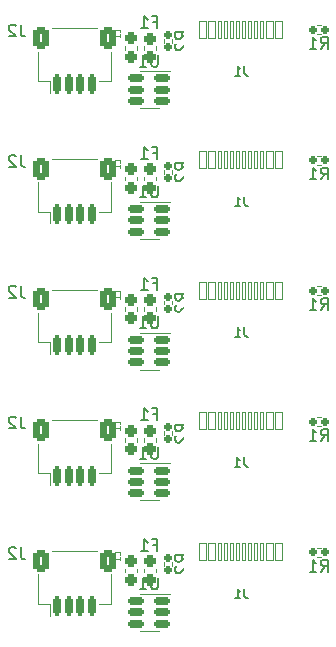
<source format=gbr>
%TF.GenerationSoftware,KiCad,Pcbnew,(6.0.5)*%
%TF.CreationDate,2022-06-02T02:11:43+02:00*%
%TF.ProjectId,5Panel_AKBDB,3550616e-656c-45f4-914b-4244422e6b69,R1*%
%TF.SameCoordinates,Original*%
%TF.FileFunction,Legend,Bot*%
%TF.FilePolarity,Positive*%
%FSLAX46Y46*%
G04 Gerber Fmt 4.6, Leading zero omitted, Abs format (unit mm)*
G04 Created by KiCad (PCBNEW (6.0.5)) date 2022-06-02 02:11:43*
%MOMM*%
%LPD*%
G01*
G04 APERTURE LIST*
G04 Aperture macros list*
%AMRoundRect*
0 Rectangle with rounded corners*
0 $1 Rounding radius*
0 $2 $3 $4 $5 $6 $7 $8 $9 X,Y pos of 4 corners*
0 Add a 4 corners polygon primitive as box body*
4,1,4,$2,$3,$4,$5,$6,$7,$8,$9,$2,$3,0*
0 Add four circle primitives for the rounded corners*
1,1,$1+$1,$2,$3*
1,1,$1+$1,$4,$5*
1,1,$1+$1,$6,$7*
1,1,$1+$1,$8,$9*
0 Add four rect primitives between the rounded corners*
20,1,$1+$1,$2,$3,$4,$5,0*
20,1,$1+$1,$4,$5,$6,$7,0*
20,1,$1+$1,$6,$7,$8,$9,0*
20,1,$1+$1,$8,$9,$2,$3,0*%
G04 Aperture macros list end*
%ADD10C,0.150000*%
%ADD11C,0.125000*%
%ADD12C,0.120000*%
%ADD13C,0.750000*%
%ADD14RoundRect,0.050000X0.300000X0.725000X-0.300000X0.725000X-0.300000X-0.725000X0.300000X-0.725000X0*%
%ADD15RoundRect,0.050000X0.150000X0.725000X-0.150000X0.725000X-0.150000X-0.725000X0.150000X-0.725000X0*%
%ADD16O,1.100000X1.700000*%
%ADD17O,1.100000X2.200000*%
%ADD18RoundRect,0.201000X0.512500X0.150000X-0.512500X0.150000X-0.512500X-0.150000X0.512500X-0.150000X0*%
%ADD19RoundRect,0.186000X0.185000X-0.135000X0.185000X0.135000X-0.185000X0.135000X-0.185000X-0.135000X0*%
%ADD20RoundRect,0.269750X-0.256250X0.218750X-0.256250X-0.218750X0.256250X-0.218750X0.256250X0.218750X0*%
%ADD21RoundRect,0.186000X-0.135000X-0.185000X0.135000X-0.185000X0.135000X0.185000X-0.135000X0.185000X0*%
%ADD22RoundRect,0.201000X-0.150000X-0.625000X0.150000X-0.625000X0.150000X0.625000X-0.150000X0.625000X0*%
%ADD23RoundRect,0.301000X-0.350000X-0.650000X0.350000X-0.650000X0.350000X0.650000X-0.350000X0.650000X0*%
%ADD24C,1.102000*%
%ADD25C,0.602000*%
%ADD26C,3.602001*%
%ADD27C,3.602000*%
G04 APERTURE END LIST*
D10*
%TO.C,J1*%
X79048097Y-88312397D02*
X79048097Y-88883826D01*
X79086192Y-88998112D01*
X79162383Y-89074302D01*
X79276669Y-89112397D01*
X79352859Y-89112397D01*
X78248097Y-89112397D02*
X78705240Y-89112397D01*
X78476669Y-89112397D02*
X78476669Y-88312397D01*
X78552859Y-88426683D01*
X78629050Y-88502873D01*
X78705240Y-88540969D01*
X79039992Y-77185002D02*
X79039992Y-77756431D01*
X79078087Y-77870717D01*
X79154278Y-77946907D01*
X79268564Y-77985002D01*
X79344754Y-77985002D01*
X78239992Y-77985002D02*
X78697135Y-77985002D01*
X78468564Y-77985002D02*
X78468564Y-77185002D01*
X78544754Y-77299288D01*
X78620945Y-77375478D01*
X78697135Y-77413574D01*
X79048097Y-66182397D02*
X79048097Y-66753826D01*
X79086192Y-66868112D01*
X79162383Y-66944302D01*
X79276669Y-66982397D01*
X79352859Y-66982397D01*
X78248097Y-66982397D02*
X78705240Y-66982397D01*
X78476669Y-66982397D02*
X78476669Y-66182397D01*
X78552859Y-66296683D01*
X78629050Y-66372873D01*
X78705240Y-66410969D01*
X79048097Y-55117397D02*
X79048097Y-55688826D01*
X79086192Y-55803112D01*
X79162383Y-55879302D01*
X79276669Y-55917397D01*
X79352859Y-55917397D01*
X78248097Y-55917397D02*
X78705240Y-55917397D01*
X78476669Y-55917397D02*
X78476669Y-55117397D01*
X78552859Y-55231683D01*
X78629050Y-55307873D01*
X78705240Y-55345969D01*
X79048097Y-44052397D02*
X79048097Y-44623826D01*
X79086192Y-44738112D01*
X79162383Y-44814302D01*
X79276669Y-44852397D01*
X79352859Y-44852397D01*
X78248097Y-44852397D02*
X78705240Y-44852397D01*
X78476669Y-44852397D02*
X78476669Y-44052397D01*
X78552859Y-44166683D01*
X78629050Y-44242873D01*
X78705240Y-44280969D01*
%TO.C,U1*%
X71750835Y-65237071D02*
X71750835Y-66046595D01*
X71703216Y-66141833D01*
X71655597Y-66189452D01*
X71560359Y-66237071D01*
X71369883Y-66237071D01*
X71274645Y-66189452D01*
X71227026Y-66141833D01*
X71179407Y-66046595D01*
X71179407Y-65237071D01*
X70179407Y-66237071D02*
X70750835Y-66237071D01*
X70465121Y-66237071D02*
X70465121Y-65237071D01*
X70560359Y-65379929D01*
X70655597Y-65475167D01*
X70750835Y-65522786D01*
%TO.C,R2*%
X74213811Y-74973024D02*
X73737621Y-74639691D01*
X74213811Y-74401595D02*
X73213811Y-74401595D01*
X73213811Y-74782548D01*
X73261431Y-74877786D01*
X73309050Y-74925405D01*
X73404288Y-74973024D01*
X73547145Y-74973024D01*
X73642383Y-74925405D01*
X73690002Y-74877786D01*
X73737621Y-74782548D01*
X73737621Y-74401595D01*
X73309050Y-75353976D02*
X73261431Y-75401595D01*
X73213811Y-75496833D01*
X73213811Y-75734929D01*
X73261431Y-75830167D01*
X73309050Y-75877786D01*
X73404288Y-75925405D01*
X73499526Y-75925405D01*
X73642383Y-75877786D01*
X74213811Y-75306357D01*
X74213811Y-75925405D01*
X74213811Y-86038024D02*
X73737621Y-85704691D01*
X74213811Y-85466595D02*
X73213811Y-85466595D01*
X73213811Y-85847548D01*
X73261431Y-85942786D01*
X73309050Y-85990405D01*
X73404288Y-86038024D01*
X73547145Y-86038024D01*
X73642383Y-85990405D01*
X73690002Y-85942786D01*
X73737621Y-85847548D01*
X73737621Y-85466595D01*
X73309050Y-86418976D02*
X73261431Y-86466595D01*
X73213811Y-86561833D01*
X73213811Y-86799929D01*
X73261431Y-86895167D01*
X73309050Y-86942786D01*
X73404288Y-86990405D01*
X73499526Y-86990405D01*
X73642383Y-86942786D01*
X74213811Y-86371357D01*
X74213811Y-86990405D01*
%TO.C,F1*%
X71362264Y-73518262D02*
X71695597Y-73518262D01*
X71695597Y-74042071D02*
X71695597Y-73042071D01*
X71219407Y-73042071D01*
X70314645Y-74042071D02*
X70886073Y-74042071D01*
X70600359Y-74042071D02*
X70600359Y-73042071D01*
X70695597Y-73184929D01*
X70790835Y-73280167D01*
X70886073Y-73327786D01*
X71362264Y-84583262D02*
X71695597Y-84583262D01*
X71695597Y-85107071D02*
X71695597Y-84107071D01*
X71219407Y-84107071D01*
X70314645Y-85107071D02*
X70886073Y-85107071D01*
X70600359Y-85107071D02*
X70600359Y-84107071D01*
X70695597Y-84249929D01*
X70790835Y-84345167D01*
X70886073Y-84392786D01*
%TO.C,R1*%
X85535597Y-42587071D02*
X85868931Y-42110881D01*
X86107026Y-42587071D02*
X86107026Y-41587071D01*
X85726073Y-41587071D01*
X85630835Y-41634691D01*
X85583216Y-41682310D01*
X85535597Y-41777548D01*
X85535597Y-41920405D01*
X85583216Y-42015643D01*
X85630835Y-42063262D01*
X85726073Y-42110881D01*
X86107026Y-42110881D01*
X84583216Y-42587071D02*
X85154645Y-42587071D01*
X84868931Y-42587071D02*
X84868931Y-41587071D01*
X84964169Y-41729929D01*
X85059407Y-41825167D01*
X85154645Y-41872786D01*
%TO.C,U1*%
X71750835Y-54172071D02*
X71750835Y-54981595D01*
X71703216Y-55076833D01*
X71655597Y-55124452D01*
X71560359Y-55172071D01*
X71369883Y-55172071D01*
X71274645Y-55124452D01*
X71227026Y-55076833D01*
X71179407Y-54981595D01*
X71179407Y-54172071D01*
X70179407Y-55172071D02*
X70750835Y-55172071D01*
X70465121Y-55172071D02*
X70465121Y-54172071D01*
X70560359Y-54314929D01*
X70655597Y-54410167D01*
X70750835Y-54457786D01*
%TO.C,R2*%
X74213811Y-41778024D02*
X73737621Y-41444691D01*
X74213811Y-41206595D02*
X73213811Y-41206595D01*
X73213811Y-41587548D01*
X73261431Y-41682786D01*
X73309050Y-41730405D01*
X73404288Y-41778024D01*
X73547145Y-41778024D01*
X73642383Y-41730405D01*
X73690002Y-41682786D01*
X73737621Y-41587548D01*
X73737621Y-41206595D01*
X73309050Y-42158976D02*
X73261431Y-42206595D01*
X73213811Y-42301833D01*
X73213811Y-42539929D01*
X73261431Y-42635167D01*
X73309050Y-42682786D01*
X73404288Y-42730405D01*
X73499526Y-42730405D01*
X73642383Y-42682786D01*
X74213811Y-42111357D01*
X74213811Y-42730405D01*
%TO.C,J2*%
X60122264Y-73732071D02*
X60122264Y-74446357D01*
X60169883Y-74589214D01*
X60265121Y-74684452D01*
X60407978Y-74732071D01*
X60503216Y-74732071D01*
X59693692Y-73827310D02*
X59646073Y-73779691D01*
X59550835Y-73732071D01*
X59312740Y-73732071D01*
X59217502Y-73779691D01*
X59169883Y-73827310D01*
X59122264Y-73922548D01*
X59122264Y-74017786D01*
X59169883Y-74160643D01*
X59741311Y-74732071D01*
X59122264Y-74732071D01*
%TO.C,R1*%
X85535597Y-53652071D02*
X85868931Y-53175881D01*
X86107026Y-53652071D02*
X86107026Y-52652071D01*
X85726073Y-52652071D01*
X85630835Y-52699691D01*
X85583216Y-52747310D01*
X85535597Y-52842548D01*
X85535597Y-52985405D01*
X85583216Y-53080643D01*
X85630835Y-53128262D01*
X85726073Y-53175881D01*
X86107026Y-53175881D01*
X84583216Y-53652071D02*
X85154645Y-53652071D01*
X84868931Y-53652071D02*
X84868931Y-52652071D01*
X84964169Y-52794929D01*
X85059407Y-52890167D01*
X85154645Y-52937786D01*
%TO.C,R2*%
X74213811Y-52843024D02*
X73737621Y-52509691D01*
X74213811Y-52271595D02*
X73213811Y-52271595D01*
X73213811Y-52652548D01*
X73261431Y-52747786D01*
X73309050Y-52795405D01*
X73404288Y-52843024D01*
X73547145Y-52843024D01*
X73642383Y-52795405D01*
X73690002Y-52747786D01*
X73737621Y-52652548D01*
X73737621Y-52271595D01*
X73309050Y-53223976D02*
X73261431Y-53271595D01*
X73213811Y-53366833D01*
X73213811Y-53604929D01*
X73261431Y-53700167D01*
X73309050Y-53747786D01*
X73404288Y-53795405D01*
X73499526Y-53795405D01*
X73642383Y-53747786D01*
X74213811Y-53176357D01*
X74213811Y-53795405D01*
%TO.C,R1*%
X85535597Y-64717071D02*
X85868931Y-64240881D01*
X86107026Y-64717071D02*
X86107026Y-63717071D01*
X85726073Y-63717071D01*
X85630835Y-63764691D01*
X85583216Y-63812310D01*
X85535597Y-63907548D01*
X85535597Y-64050405D01*
X85583216Y-64145643D01*
X85630835Y-64193262D01*
X85726073Y-64240881D01*
X86107026Y-64240881D01*
X84583216Y-64717071D02*
X85154645Y-64717071D01*
X84868931Y-64717071D02*
X84868931Y-63717071D01*
X84964169Y-63859929D01*
X85059407Y-63955167D01*
X85154645Y-64002786D01*
%TO.C,U1*%
X71750835Y-43107071D02*
X71750835Y-43916595D01*
X71703216Y-44011833D01*
X71655597Y-44059452D01*
X71560359Y-44107071D01*
X71369883Y-44107071D01*
X71274645Y-44059452D01*
X71227026Y-44011833D01*
X71179407Y-43916595D01*
X71179407Y-43107071D01*
X70179407Y-44107071D02*
X70750835Y-44107071D01*
X70465121Y-44107071D02*
X70465121Y-43107071D01*
X70560359Y-43249929D01*
X70655597Y-43345167D01*
X70750835Y-43392786D01*
%TO.C,R1*%
X85535597Y-86847071D02*
X85868931Y-86370881D01*
X86107026Y-86847071D02*
X86107026Y-85847071D01*
X85726073Y-85847071D01*
X85630835Y-85894691D01*
X85583216Y-85942310D01*
X85535597Y-86037548D01*
X85535597Y-86180405D01*
X85583216Y-86275643D01*
X85630835Y-86323262D01*
X85726073Y-86370881D01*
X86107026Y-86370881D01*
X84583216Y-86847071D02*
X85154645Y-86847071D01*
X84868931Y-86847071D02*
X84868931Y-85847071D01*
X84964169Y-85989929D01*
X85059407Y-86085167D01*
X85154645Y-86132786D01*
%TO.C,J2*%
X60122264Y-40537071D02*
X60122264Y-41251357D01*
X60169883Y-41394214D01*
X60265121Y-41489452D01*
X60407978Y-41537071D01*
X60503216Y-41537071D01*
X59693692Y-40632310D02*
X59646073Y-40584691D01*
X59550835Y-40537071D01*
X59312740Y-40537071D01*
X59217502Y-40584691D01*
X59169883Y-40632310D01*
X59122264Y-40727548D01*
X59122264Y-40822786D01*
X59169883Y-40965643D01*
X59741311Y-41537071D01*
X59122264Y-41537071D01*
%TO.C,U1*%
X71750835Y-76302071D02*
X71750835Y-77111595D01*
X71703216Y-77206833D01*
X71655597Y-77254452D01*
X71560359Y-77302071D01*
X71369883Y-77302071D01*
X71274645Y-77254452D01*
X71227026Y-77206833D01*
X71179407Y-77111595D01*
X71179407Y-76302071D01*
X70179407Y-77302071D02*
X70750835Y-77302071D01*
X70465121Y-77302071D02*
X70465121Y-76302071D01*
X70560359Y-76444929D01*
X70655597Y-76540167D01*
X70750835Y-76587786D01*
%TO.C,J2*%
X60122264Y-51602071D02*
X60122264Y-52316357D01*
X60169883Y-52459214D01*
X60265121Y-52554452D01*
X60407978Y-52602071D01*
X60503216Y-52602071D01*
X59693692Y-51697310D02*
X59646073Y-51649691D01*
X59550835Y-51602071D01*
X59312740Y-51602071D01*
X59217502Y-51649691D01*
X59169883Y-51697310D01*
X59122264Y-51792548D01*
X59122264Y-51887786D01*
X59169883Y-52030643D01*
X59741311Y-52602071D01*
X59122264Y-52602071D01*
X60122264Y-62667071D02*
X60122264Y-63381357D01*
X60169883Y-63524214D01*
X60265121Y-63619452D01*
X60407978Y-63667071D01*
X60503216Y-63667071D01*
X59693692Y-62762310D02*
X59646073Y-62714691D01*
X59550835Y-62667071D01*
X59312740Y-62667071D01*
X59217502Y-62714691D01*
X59169883Y-62762310D01*
X59122264Y-62857548D01*
X59122264Y-62952786D01*
X59169883Y-63095643D01*
X59741311Y-63667071D01*
X59122264Y-63667071D01*
%TO.C,F1*%
X71362264Y-51388262D02*
X71695597Y-51388262D01*
X71695597Y-51912071D02*
X71695597Y-50912071D01*
X71219407Y-50912071D01*
X70314645Y-51912071D02*
X70886073Y-51912071D01*
X70600359Y-51912071D02*
X70600359Y-50912071D01*
X70695597Y-51054929D01*
X70790835Y-51150167D01*
X70886073Y-51197786D01*
D11*
%TO.C,L1*%
X68500121Y-63331357D02*
X68500121Y-63093262D01*
X68000121Y-63093262D01*
X68500121Y-63759929D02*
X68500121Y-63474214D01*
X68500121Y-63617071D02*
X68000121Y-63617071D01*
X68071550Y-63569452D01*
X68119169Y-63521833D01*
X68142978Y-63474214D01*
D10*
%TO.C,F1*%
X71362264Y-62453262D02*
X71695597Y-62453262D01*
X71695597Y-62977071D02*
X71695597Y-61977071D01*
X71219407Y-61977071D01*
X70314645Y-62977071D02*
X70886073Y-62977071D01*
X70600359Y-62977071D02*
X70600359Y-61977071D01*
X70695597Y-62119929D01*
X70790835Y-62215167D01*
X70886073Y-62262786D01*
D11*
%TO.C,L1*%
X68500121Y-74396357D02*
X68500121Y-74158262D01*
X68000121Y-74158262D01*
X68500121Y-74824929D02*
X68500121Y-74539214D01*
X68500121Y-74682071D02*
X68000121Y-74682071D01*
X68071550Y-74634452D01*
X68119169Y-74586833D01*
X68142978Y-74539214D01*
D10*
%TO.C,R1*%
X85535597Y-75782071D02*
X85868931Y-75305881D01*
X86107026Y-75782071D02*
X86107026Y-74782071D01*
X85726073Y-74782071D01*
X85630835Y-74829691D01*
X85583216Y-74877310D01*
X85535597Y-74972548D01*
X85535597Y-75115405D01*
X85583216Y-75210643D01*
X85630835Y-75258262D01*
X85726073Y-75305881D01*
X86107026Y-75305881D01*
X84583216Y-75782071D02*
X85154645Y-75782071D01*
X84868931Y-75782071D02*
X84868931Y-74782071D01*
X84964169Y-74924929D01*
X85059407Y-75020167D01*
X85154645Y-75067786D01*
%TO.C,J2*%
X60122264Y-84797071D02*
X60122264Y-85511357D01*
X60169883Y-85654214D01*
X60265121Y-85749452D01*
X60407978Y-85797071D01*
X60503216Y-85797071D01*
X59693692Y-84892310D02*
X59646073Y-84844691D01*
X59550835Y-84797071D01*
X59312740Y-84797071D01*
X59217502Y-84844691D01*
X59169883Y-84892310D01*
X59122264Y-84987548D01*
X59122264Y-85082786D01*
X59169883Y-85225643D01*
X59741311Y-85797071D01*
X59122264Y-85797071D01*
D11*
%TO.C,L1*%
X68500121Y-52266357D02*
X68500121Y-52028262D01*
X68000121Y-52028262D01*
X68500121Y-52694929D02*
X68500121Y-52409214D01*
X68500121Y-52552071D02*
X68000121Y-52552071D01*
X68071550Y-52504452D01*
X68119169Y-52456833D01*
X68142978Y-52409214D01*
D10*
%TO.C,R2*%
X74213811Y-63908024D02*
X73737621Y-63574691D01*
X74213811Y-63336595D02*
X73213811Y-63336595D01*
X73213811Y-63717548D01*
X73261431Y-63812786D01*
X73309050Y-63860405D01*
X73404288Y-63908024D01*
X73547145Y-63908024D01*
X73642383Y-63860405D01*
X73690002Y-63812786D01*
X73737621Y-63717548D01*
X73737621Y-63336595D01*
X73309050Y-64288976D02*
X73261431Y-64336595D01*
X73213811Y-64431833D01*
X73213811Y-64669929D01*
X73261431Y-64765167D01*
X73309050Y-64812786D01*
X73404288Y-64860405D01*
X73499526Y-64860405D01*
X73642383Y-64812786D01*
X74213811Y-64241357D01*
X74213811Y-64860405D01*
%TO.C,F1*%
X71362264Y-40323262D02*
X71695597Y-40323262D01*
X71695597Y-40847071D02*
X71695597Y-39847071D01*
X71219407Y-39847071D01*
X70314645Y-40847071D02*
X70886073Y-40847071D01*
X70600359Y-40847071D02*
X70600359Y-39847071D01*
X70695597Y-39989929D01*
X70790835Y-40085167D01*
X70886073Y-40132786D01*
D11*
%TO.C,L1*%
X68500121Y-41201357D02*
X68500121Y-40963262D01*
X68000121Y-40963262D01*
X68500121Y-41629929D02*
X68500121Y-41344214D01*
X68500121Y-41487071D02*
X68000121Y-41487071D01*
X68071550Y-41439452D01*
X68119169Y-41391833D01*
X68142978Y-41344214D01*
D10*
%TO.C,U1*%
X71750835Y-87367071D02*
X71750835Y-88176595D01*
X71703216Y-88271833D01*
X71655597Y-88319452D01*
X71560359Y-88367071D01*
X71369883Y-88367071D01*
X71274645Y-88319452D01*
X71227026Y-88271833D01*
X71179407Y-88176595D01*
X71179407Y-87367071D01*
X70179407Y-88367071D02*
X70750835Y-88367071D01*
X70465121Y-88367071D02*
X70465121Y-87367071D01*
X70560359Y-87509929D01*
X70655597Y-87605167D01*
X70750835Y-87652786D01*
D11*
%TO.C,L1*%
X68500121Y-85461357D02*
X68500121Y-85223262D01*
X68000121Y-85223262D01*
X68500121Y-85889929D02*
X68500121Y-85604214D01*
X68500121Y-85747071D02*
X68000121Y-85747071D01*
X68071550Y-85699452D01*
X68119169Y-85651833D01*
X68142978Y-85604214D01*
D12*
%TO.C,U1*%
X70988931Y-66624691D02*
X72788931Y-66624691D01*
X70988931Y-69744691D02*
X71788931Y-69744691D01*
X70988931Y-66624691D02*
X70188931Y-66624691D01*
X70988931Y-69744691D02*
X70188931Y-69744691D01*
%TO.C,R2*%
X72971431Y-75293332D02*
X72971431Y-74986050D01*
X72211431Y-75293332D02*
X72211431Y-74986050D01*
X72971431Y-86358332D02*
X72971431Y-86051050D01*
X72211431Y-86358332D02*
X72211431Y-86051050D01*
%TO.C,F1*%
X71576431Y-75539912D02*
X71576431Y-75865470D01*
X70556431Y-75539912D02*
X70556431Y-75865470D01*
X71576431Y-86604912D02*
X71576431Y-86930470D01*
X70556431Y-86604912D02*
X70556431Y-86930470D01*
%TO.C,R1*%
X85215290Y-41344691D02*
X85522572Y-41344691D01*
X85215290Y-40584691D02*
X85522572Y-40584691D01*
%TO.C,U1*%
X70988931Y-55559691D02*
X72788931Y-55559691D01*
X70988931Y-58679691D02*
X70188931Y-58679691D01*
X70988931Y-58679691D02*
X71788931Y-58679691D01*
X70988931Y-55559691D02*
X70188931Y-55559691D01*
%TO.C,R2*%
X72971431Y-42098332D02*
X72971431Y-41791050D01*
X72211431Y-42098332D02*
X72211431Y-41791050D01*
%TO.C,J2*%
X62621431Y-78517691D02*
X62621431Y-79507691D01*
X67791431Y-76017691D02*
X67791431Y-78517691D01*
X67791431Y-78517691D02*
X66741431Y-78517691D01*
X62741431Y-74047691D02*
X66621431Y-74047691D01*
X61571431Y-76017691D02*
X61571431Y-78517691D01*
X61571431Y-78517691D02*
X62621431Y-78517691D01*
%TO.C,R1*%
X85215290Y-51649691D02*
X85522572Y-51649691D01*
X85215290Y-52409691D02*
X85522572Y-52409691D01*
%TO.C,R2*%
X72971431Y-53163332D02*
X72971431Y-52856050D01*
X72211431Y-53163332D02*
X72211431Y-52856050D01*
%TO.C,R1*%
X85215290Y-63474691D02*
X85522572Y-63474691D01*
X85215290Y-62714691D02*
X85522572Y-62714691D01*
%TO.C,U1*%
X70988931Y-47614691D02*
X70188931Y-47614691D01*
X70988931Y-44494691D02*
X70188931Y-44494691D01*
X70988931Y-47614691D02*
X71788931Y-47614691D01*
X70988931Y-44494691D02*
X72788931Y-44494691D01*
%TO.C,R1*%
X85215290Y-84844691D02*
X85522572Y-84844691D01*
X85215290Y-85604691D02*
X85522572Y-85604691D01*
%TO.C,J2*%
X67791431Y-42822691D02*
X67791431Y-45322691D01*
X61571431Y-42822691D02*
X61571431Y-45322691D01*
X67791431Y-45322691D02*
X66741431Y-45322691D01*
X62741431Y-40852691D02*
X66621431Y-40852691D01*
X62621431Y-45322691D02*
X62621431Y-46312691D01*
X61571431Y-45322691D02*
X62621431Y-45322691D01*
%TO.C,U1*%
X70988931Y-80809691D02*
X70188931Y-80809691D01*
X70988931Y-77689691D02*
X72788931Y-77689691D01*
X70988931Y-80809691D02*
X71788931Y-80809691D01*
X70988931Y-77689691D02*
X70188931Y-77689691D01*
%TO.C,J2*%
X61571431Y-53887691D02*
X61571431Y-56387691D01*
X62621431Y-56387691D02*
X62621431Y-57377691D01*
X61571431Y-56387691D02*
X62621431Y-56387691D01*
X62741431Y-51917691D02*
X66621431Y-51917691D01*
X67791431Y-56387691D02*
X66741431Y-56387691D01*
X67791431Y-53887691D02*
X67791431Y-56387691D01*
X67791431Y-64952691D02*
X67791431Y-67452691D01*
X61571431Y-64952691D02*
X61571431Y-67452691D01*
X62741431Y-62982691D02*
X66621431Y-62982691D01*
X62621431Y-67452691D02*
X62621431Y-68442691D01*
X61571431Y-67452691D02*
X62621431Y-67452691D01*
X67791431Y-67452691D02*
X66741431Y-67452691D01*
%TO.C,F1*%
X70556431Y-53409912D02*
X70556431Y-53735470D01*
X71576431Y-53409912D02*
X71576431Y-53735470D01*
%TO.C,L1*%
X68958931Y-64471912D02*
X68958931Y-64797470D01*
X69978931Y-64471912D02*
X69978931Y-64797470D01*
%TO.C,F1*%
X70556431Y-64474912D02*
X70556431Y-64800470D01*
X71576431Y-64474912D02*
X71576431Y-64800470D01*
%TO.C,L1*%
X68958931Y-75536912D02*
X68958931Y-75862470D01*
X69978931Y-75536912D02*
X69978931Y-75862470D01*
%TO.C,R1*%
X85215290Y-74539691D02*
X85522572Y-74539691D01*
X85215290Y-73779691D02*
X85522572Y-73779691D01*
%TO.C,J2*%
X61571431Y-89582691D02*
X62621431Y-89582691D01*
X62741431Y-85112691D02*
X66621431Y-85112691D01*
X62621431Y-89582691D02*
X62621431Y-90572691D01*
X67791431Y-89582691D02*
X66741431Y-89582691D01*
X61571431Y-87082691D02*
X61571431Y-89582691D01*
X67791431Y-87082691D02*
X67791431Y-89582691D01*
%TO.C,L1*%
X69978931Y-53406912D02*
X69978931Y-53732470D01*
X68958931Y-53406912D02*
X68958931Y-53732470D01*
%TO.C,R2*%
X72971431Y-64228332D02*
X72971431Y-63921050D01*
X72211431Y-64228332D02*
X72211431Y-63921050D01*
%TO.C,F1*%
X70556431Y-42344912D02*
X70556431Y-42670470D01*
X71576431Y-42344912D02*
X71576431Y-42670470D01*
%TO.C,L1*%
X68958931Y-42341912D02*
X68958931Y-42667470D01*
X69978931Y-42341912D02*
X69978931Y-42667470D01*
%TO.C,U1*%
X70988931Y-88754691D02*
X70188931Y-88754691D01*
X70988931Y-91874691D02*
X70188931Y-91874691D01*
X70988931Y-91874691D02*
X71788931Y-91874691D01*
X70988931Y-88754691D02*
X72788931Y-88754691D01*
%TO.C,L1*%
X68958931Y-86601912D02*
X68958931Y-86927470D01*
X69978931Y-86601912D02*
X69978931Y-86927470D01*
%TD*%
%LPC*%
D13*
%TO.C,J1*%
X81671431Y-86667691D03*
X75891431Y-86667691D03*
D14*
X82006431Y-85222691D03*
X81231431Y-85222691D03*
D15*
X80531431Y-85222691D03*
X80031431Y-85222691D03*
X79531431Y-85222691D03*
X79031431Y-85222691D03*
X78531431Y-85222691D03*
X78031431Y-85222691D03*
X77531431Y-85222691D03*
X77031431Y-85222691D03*
D14*
X76331431Y-85222691D03*
X75556431Y-85222691D03*
D16*
X83101431Y-90317691D03*
X74461431Y-90317691D03*
D17*
X74461431Y-86137691D03*
X83101431Y-86137691D03*
%TD*%
D13*
%TO.C,J1*%
X81663326Y-75540296D03*
X75883326Y-75540296D03*
D14*
X81998326Y-74095296D03*
X81223326Y-74095296D03*
D15*
X80523326Y-74095296D03*
X80023326Y-74095296D03*
X79523326Y-74095296D03*
X79023326Y-74095296D03*
X78523326Y-74095296D03*
X78023326Y-74095296D03*
X77523326Y-74095296D03*
X77023326Y-74095296D03*
D14*
X76323326Y-74095296D03*
X75548326Y-74095296D03*
D16*
X83093326Y-79190296D03*
X74453326Y-79190296D03*
D17*
X74453326Y-75010296D03*
X83093326Y-75010296D03*
%TD*%
D13*
%TO.C,J1*%
X81671431Y-64537691D03*
X75891431Y-64537691D03*
D14*
X82006431Y-63092691D03*
X81231431Y-63092691D03*
D15*
X80531431Y-63092691D03*
X80031431Y-63092691D03*
X79531431Y-63092691D03*
X79031431Y-63092691D03*
X78531431Y-63092691D03*
X78031431Y-63092691D03*
X77531431Y-63092691D03*
X77031431Y-63092691D03*
D14*
X76331431Y-63092691D03*
X75556431Y-63092691D03*
D16*
X83101431Y-68187691D03*
X74461431Y-68187691D03*
D17*
X74461431Y-64007691D03*
X83101431Y-64007691D03*
%TD*%
D13*
%TO.C,J1*%
X81671431Y-53472691D03*
X75891431Y-53472691D03*
D14*
X82006431Y-52027691D03*
X81231431Y-52027691D03*
D15*
X80531431Y-52027691D03*
X80031431Y-52027691D03*
X79531431Y-52027691D03*
X79031431Y-52027691D03*
X78531431Y-52027691D03*
X78031431Y-52027691D03*
X77531431Y-52027691D03*
X77031431Y-52027691D03*
D14*
X76331431Y-52027691D03*
X75556431Y-52027691D03*
D16*
X83101431Y-57122691D03*
X74461431Y-57122691D03*
D17*
X74461431Y-52942691D03*
X83101431Y-52942691D03*
%TD*%
D16*
%TO.C,J1*%
X74461431Y-46057691D03*
X83101431Y-46057691D03*
D17*
X74461431Y-41877691D03*
X83101431Y-41877691D03*
D13*
X81671431Y-42407691D03*
X75891431Y-42407691D03*
D15*
X79031431Y-40962691D03*
X78531431Y-40962691D03*
X78031431Y-40962691D03*
X79531431Y-40962691D03*
X77531431Y-40962691D03*
X80031431Y-40962691D03*
X77031431Y-40962691D03*
X80531431Y-40962691D03*
D14*
X81231431Y-40962691D03*
X76331431Y-40962691D03*
X82006431Y-40962691D03*
X75556431Y-40962691D03*
%TD*%
D18*
%TO.C,U1*%
X72126431Y-67234691D03*
X72126431Y-68184691D03*
X72126431Y-69134691D03*
X69851431Y-69134691D03*
X69851431Y-68184691D03*
X69851431Y-67234691D03*
%TD*%
D19*
%TO.C,R2*%
X72591431Y-75649691D03*
X72591431Y-74629691D03*
%TD*%
%TO.C,R2*%
X72591431Y-86714691D03*
X72591431Y-85694691D03*
%TD*%
D20*
%TO.C,F1*%
X71066431Y-74915191D03*
X71066431Y-76490191D03*
%TD*%
%TO.C,F1*%
X71066431Y-85980191D03*
X71066431Y-87555191D03*
%TD*%
D21*
%TO.C,R1*%
X84858931Y-40964691D03*
X85878931Y-40964691D03*
%TD*%
D18*
%TO.C,U1*%
X72126431Y-56169691D03*
X72126431Y-57119691D03*
X72126431Y-58069691D03*
X69851431Y-58069691D03*
X69851431Y-57119691D03*
X69851431Y-56169691D03*
%TD*%
D19*
%TO.C,R2*%
X72591431Y-42454691D03*
X72591431Y-41434691D03*
%TD*%
D22*
%TO.C,J2*%
X63181431Y-78732691D03*
X64181431Y-78732691D03*
X65181431Y-78732691D03*
X66181431Y-78732691D03*
D23*
X61881431Y-74857691D03*
X67481431Y-74857691D03*
%TD*%
D21*
%TO.C,R1*%
X84858931Y-52029691D03*
X85878931Y-52029691D03*
%TD*%
D24*
%TO.C,REF\u002A\u002A*%
X87586948Y-35752391D03*
%TD*%
D19*
%TO.C,R2*%
X72591431Y-53519691D03*
X72591431Y-52499691D03*
%TD*%
D21*
%TO.C,R1*%
X84858931Y-63094691D03*
X85878931Y-63094691D03*
%TD*%
D18*
%TO.C,U1*%
X72126431Y-45104691D03*
X72126431Y-46054691D03*
X72126431Y-47004691D03*
X69851431Y-47004691D03*
X69851431Y-46054691D03*
X69851431Y-45104691D03*
%TD*%
D21*
%TO.C,R1*%
X84858931Y-85224691D03*
X85878931Y-85224691D03*
%TD*%
D22*
%TO.C,J2*%
X63181431Y-45537691D03*
X64181431Y-45537691D03*
X65181431Y-45537691D03*
X66181431Y-45537691D03*
D23*
X61881431Y-41662691D03*
X67481431Y-41662691D03*
%TD*%
D18*
%TO.C,U1*%
X72126431Y-78299691D03*
X72126431Y-79249691D03*
X72126431Y-80199691D03*
X69851431Y-80199691D03*
X69851431Y-79249691D03*
X69851431Y-78299691D03*
%TD*%
D22*
%TO.C,J2*%
X63181431Y-56602691D03*
X64181431Y-56602691D03*
X65181431Y-56602691D03*
X66181431Y-56602691D03*
D23*
X61881431Y-52727691D03*
X67481431Y-52727691D03*
%TD*%
D22*
%TO.C,J2*%
X63181431Y-67667691D03*
X64181431Y-67667691D03*
X65181431Y-67667691D03*
X66181431Y-67667691D03*
D23*
X67481431Y-63792691D03*
X61881431Y-63792691D03*
%TD*%
D24*
%TO.C,REF\u002A\u002A*%
X58820949Y-35752391D03*
%TD*%
%TO.C,REF\u002A\u002A*%
X58820949Y-96077391D03*
%TD*%
D20*
%TO.C,F1*%
X71066431Y-52785191D03*
X71066431Y-54360191D03*
%TD*%
%TO.C,L1*%
X69468931Y-63847191D03*
X69468931Y-65422191D03*
%TD*%
%TO.C,F1*%
X71066431Y-63850191D03*
X71066431Y-65425191D03*
%TD*%
%TO.C,L1*%
X69468931Y-74912191D03*
X69468931Y-76487191D03*
%TD*%
D21*
%TO.C,R1*%
X84858931Y-74159691D03*
X85878931Y-74159691D03*
%TD*%
D22*
%TO.C,J2*%
X63181431Y-89797691D03*
X64181431Y-89797691D03*
X65181431Y-89797691D03*
X66181431Y-89797691D03*
D23*
X61881431Y-85922691D03*
X67481431Y-85922691D03*
%TD*%
D20*
%TO.C,L1*%
X69468931Y-52782191D03*
X69468931Y-54357191D03*
%TD*%
D19*
%TO.C,R2*%
X72591431Y-64584691D03*
X72591431Y-63564691D03*
%TD*%
D20*
%TO.C,F1*%
X71066431Y-41720191D03*
X71066431Y-43295191D03*
%TD*%
%TO.C,L1*%
X69468931Y-41717191D03*
X69468931Y-43292191D03*
%TD*%
D18*
%TO.C,U1*%
X72126431Y-89364691D03*
X72126431Y-90314691D03*
X72126431Y-91264691D03*
X69851431Y-91264691D03*
X69851431Y-90314691D03*
X69851431Y-89364691D03*
%TD*%
D20*
%TO.C,L1*%
X69468931Y-85977191D03*
X69468931Y-87552191D03*
%TD*%
D25*
%TO.C,REF\u002A\u002A*%
X81212583Y-39654001D03*
%TD*%
%TO.C,REF\u002A\u002A*%
X67242957Y-58984125D03*
%TD*%
%TO.C,REF\u002A\u002A*%
X81212566Y-70046505D03*
%TD*%
%TO.C,REF\u002A\u002A*%
X66242940Y-50716716D03*
%TD*%
%TO.C,REF\u002A\u002A*%
X69242957Y-81113960D03*
%TD*%
%TO.C,REF\u002A\u002A*%
X69242957Y-61783304D03*
%TD*%
%TO.C,REF\u002A\u002A*%
X83212583Y-39654166D03*
%TD*%
%TO.C,REF\u002A\u002A*%
X69242940Y-92175799D03*
%TD*%
%TO.C,REF\u002A\u002A*%
X68242940Y-50716548D03*
%TD*%
%TO.C,REF\u002A\u002A*%
X68242940Y-70045714D03*
%TD*%
%TO.C,REF\u002A\u002A*%
X81212566Y-72845840D03*
%TD*%
%TO.C,REF\u002A\u002A*%
X84212566Y-70046757D03*
%TD*%
%TO.C,REF\u002A\u002A*%
X68242957Y-58984043D03*
%TD*%
%TO.C,REF\u002A\u002A*%
X84212566Y-47916757D03*
%TD*%
D26*
%TO.C,MH2*%
X87736431Y-76972691D03*
%TD*%
D25*
%TO.C,REF\u002A\u002A*%
X84212583Y-58983096D03*
%TD*%
%TO.C,REF\u002A\u002A*%
X68242940Y-72846548D03*
%TD*%
D26*
%TO.C,MH2*%
X87736431Y-43777691D03*
%TD*%
D25*
%TO.C,REF\u002A\u002A*%
X82212583Y-39654084D03*
%TD*%
%TO.C,REF\u002A\u002A*%
X66242957Y-58984208D03*
%TD*%
%TO.C,REF\u002A\u002A*%
X80164940Y-92176716D03*
%TD*%
D26*
%TO.C,MH2*%
X87736431Y-65907691D03*
%TD*%
D25*
%TO.C,REF\u002A\u002A*%
X66242957Y-39653055D03*
%TD*%
%TO.C,REF\u002A\u002A*%
X81212583Y-58983345D03*
%TD*%
%TO.C,REF\u002A\u002A*%
X66242940Y-70045546D03*
%TD*%
%TO.C,REF\u002A\u002A*%
X69242940Y-72846464D03*
%TD*%
%TO.C,REF\u002A\u002A*%
X82212583Y-83914084D03*
%TD*%
%TO.C,REF\u002A\u002A*%
X83212566Y-70046673D03*
%TD*%
%TO.C,REF\u002A\u002A*%
X68242957Y-39653221D03*
%TD*%
%TO.C,REF\u002A\u002A*%
X69242957Y-58983960D03*
%TD*%
%TO.C,REF\u002A\u002A*%
X69242940Y-47915799D03*
%TD*%
%TO.C,REF\u002A\u002A*%
X84212583Y-83914249D03*
%TD*%
%TO.C,REF\u002A\u002A*%
X67242940Y-70045630D03*
%TD*%
%TO.C,REF\u002A\u002A*%
X67242940Y-50716632D03*
%TD*%
%TO.C,REF\u002A\u002A*%
X67242957Y-61783138D03*
%TD*%
%TO.C,REF\u002A\u002A*%
X82212583Y-81113262D03*
%TD*%
%TO.C,REF\u002A\u002A*%
X67242957Y-39653138D03*
%TD*%
%TO.C,REF\u002A\u002A*%
X67242940Y-72846632D03*
%TD*%
%TO.C,REF\u002A\u002A*%
X66242957Y-81114208D03*
%TD*%
%TO.C,REF\u002A\u002A*%
X66242940Y-92175546D03*
%TD*%
%TO.C,REF\u002A\u002A*%
X81212566Y-50715840D03*
%TD*%
%TO.C,REF\u002A\u002A*%
X69242957Y-83913304D03*
%TD*%
D27*
%TO.C,MH1*%
X58852931Y-43782373D03*
%TD*%
D25*
%TO.C,REF\u002A\u002A*%
X83212566Y-72845671D03*
%TD*%
%TO.C,REF\u002A\u002A*%
X69242957Y-39653304D03*
%TD*%
%TO.C,REF\u002A\u002A*%
X83212583Y-58983179D03*
%TD*%
%TO.C,REF\u002A\u002A*%
X82212566Y-70046589D03*
%TD*%
%TO.C,REF\u002A\u002A*%
X82212566Y-50715755D03*
%TD*%
%TO.C,REF\u002A\u002A*%
X66242957Y-61783055D03*
%TD*%
%TO.C,REF\u002A\u002A*%
X68242957Y-83913221D03*
%TD*%
%TO.C,REF\u002A\u002A*%
X82212566Y-72845755D03*
%TD*%
%TO.C,REF\u002A\u002A*%
X67242957Y-81114125D03*
%TD*%
D26*
%TO.C,MH2*%
X87736431Y-88037691D03*
%TD*%
D25*
%TO.C,REF\u002A\u002A*%
X66242940Y-72846716D03*
%TD*%
%TO.C,REF\u002A\u002A*%
X84212566Y-50715587D03*
%TD*%
%TO.C,REF\u002A\u002A*%
X84212583Y-61784249D03*
%TD*%
D26*
%TO.C,MH2*%
X87736431Y-54842691D03*
%TD*%
D25*
%TO.C,REF\u002A\u002A*%
X83212583Y-81113179D03*
%TD*%
%TO.C,REF\u002A\u002A*%
X82212566Y-47916589D03*
%TD*%
%TO.C,REF\u002A\u002A*%
X81212583Y-83914001D03*
%TD*%
%TO.C,REF\u002A\u002A*%
X78164940Y-92176548D03*
%TD*%
%TO.C,REF\u002A\u002A*%
X68242957Y-61783221D03*
%TD*%
%TO.C,REF\u002A\u002A*%
X79164940Y-92176632D03*
%TD*%
%TO.C,REF\u002A\u002A*%
X67242940Y-47915630D03*
%TD*%
%TO.C,REF\u002A\u002A*%
X84212583Y-81113096D03*
%TD*%
%TO.C,REF\u002A\u002A*%
X77164940Y-92176464D03*
%TD*%
D27*
%TO.C,MH1*%
X58852931Y-76977373D03*
%TD*%
D25*
%TO.C,REF\u002A\u002A*%
X66242957Y-83913055D03*
%TD*%
%TO.C,REF\u002A\u002A*%
X69242940Y-70045799D03*
%TD*%
%TO.C,REF\u002A\u002A*%
X81212583Y-81113345D03*
%TD*%
D27*
%TO.C,MH1*%
X58852931Y-54847373D03*
%TD*%
D25*
%TO.C,REF\u002A\u002A*%
X66242940Y-47915546D03*
%TD*%
%TO.C,REF\u002A\u002A*%
X83212566Y-50715671D03*
%TD*%
%TO.C,REF\u002A\u002A*%
X81212583Y-61784001D03*
%TD*%
%TO.C,REF\u002A\u002A*%
X83212583Y-83914166D03*
%TD*%
D27*
%TO.C,MH1*%
X58852931Y-88042373D03*
%TD*%
D25*
%TO.C,REF\u002A\u002A*%
X83212583Y-61784166D03*
%TD*%
%TO.C,REF\u002A\u002A*%
X67242957Y-83913138D03*
%TD*%
%TO.C,REF\u002A\u002A*%
X68242940Y-92175714D03*
%TD*%
%TO.C,REF\u002A\u002A*%
X82212583Y-61784084D03*
%TD*%
%TO.C,REF\u002A\u002A*%
X82212583Y-58983262D03*
%TD*%
%TO.C,REF\u002A\u002A*%
X84212583Y-39654249D03*
%TD*%
%TO.C,REF\u002A\u002A*%
X67242940Y-92175630D03*
%TD*%
%TO.C,REF\u002A\u002A*%
X83212566Y-47916673D03*
%TD*%
D27*
%TO.C,MH1*%
X58852931Y-65912373D03*
%TD*%
D25*
%TO.C,REF\u002A\u002A*%
X69242940Y-50716464D03*
%TD*%
%TO.C,REF\u002A\u002A*%
X84212566Y-72845587D03*
%TD*%
%TO.C,REF\u002A\u002A*%
X68242940Y-47915714D03*
%TD*%
%TO.C,REF\u002A\u002A*%
X68242957Y-81114043D03*
%TD*%
%TO.C,REF\u002A\u002A*%
X81212566Y-47916505D03*
%TD*%
M02*

</source>
